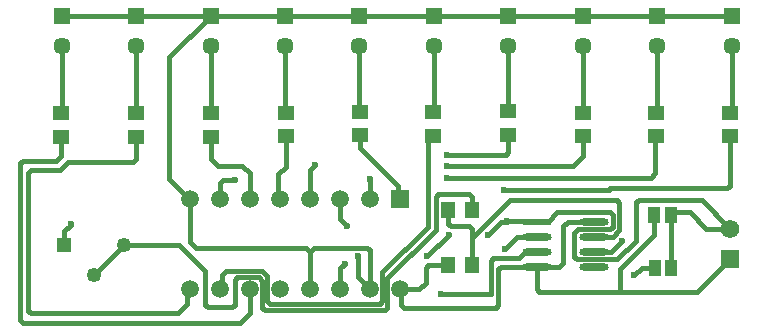
<source format=gbr>
G04*
G04 #@! TF.GenerationSoftware,Altium Limited,Altium Designer,24.1.2 (44)*
G04*
G04 Layer_Physical_Order=1*
G04 Layer_Color=255*
%FSLAX44Y44*%
%MOMM*%
G71*
G04*
G04 #@! TF.SameCoordinates,BD343A0D-4BD6-4D64-9A7B-49F0AB29FDDA*
G04*
G04*
G04 #@! TF.FilePolarity,Positive*
G04*
G01*
G75*
%ADD14R,1.4500X1.2000*%
%ADD15R,1.2000X1.4500*%
G04:AMPARAMS|DCode=16|XSize=2.4692mm|YSize=0.6221mm|CornerRadius=0.3111mm|HoleSize=0mm|Usage=FLASHONLY|Rotation=0.000|XOffset=0mm|YOffset=0mm|HoleType=Round|Shape=RoundedRectangle|*
%AMROUNDEDRECTD16*
21,1,2.4692,0.0000,0,0,0.0*
21,1,1.8470,0.6221,0,0,0.0*
1,1,0.6221,0.9235,0.0000*
1,1,0.6221,-0.9235,0.0000*
1,1,0.6221,-0.9235,0.0000*
1,1,0.6221,0.9235,0.0000*
%
%ADD16ROUNDEDRECTD16*%
%ADD17R,2.4692X0.6221*%
%ADD18R,1.1000X1.3500*%
%ADD22C,1.5700*%
%ADD23R,1.5700X1.5700*%
%ADD24R,1.2500X1.2500*%
%ADD25C,1.2500*%
%ADD26R,1.4500X1.4500*%
%ADD27C,1.4500*%
%ADD31C,0.3810*%
%ADD32C,1.5000*%
%ADD33R,1.5000X1.5000*%
%ADD34C,0.6000*%
D14*
X617220Y188308D02*
D03*
Y168308D02*
D03*
X555188Y188308D02*
D03*
Y168308D02*
D03*
X493155Y188308D02*
D03*
Y168308D02*
D03*
X430022Y189324D02*
D03*
Y169324D02*
D03*
X366522Y188562D02*
D03*
Y168562D02*
D03*
X304292Y189070D02*
D03*
Y169070D02*
D03*
X241300Y188308D02*
D03*
Y168308D02*
D03*
X178054Y187800D02*
D03*
Y167800D02*
D03*
X115062Y187800D02*
D03*
Y167800D02*
D03*
X51054Y187800D02*
D03*
Y167800D02*
D03*
D15*
X379288Y59182D02*
D03*
X399288D02*
D03*
X379288Y105926D02*
D03*
X399288D02*
D03*
D16*
X502164Y96012D02*
D03*
Y83312D02*
D03*
Y70612D02*
D03*
Y57912D02*
D03*
X453892D02*
D03*
Y70612D02*
D03*
Y83312D02*
D03*
D17*
Y96012D02*
D03*
D18*
X553466Y101600D02*
D03*
X567466D02*
D03*
X553832Y57150D02*
D03*
X567832D02*
D03*
D22*
X617982Y90170D02*
D03*
D23*
Y64770D02*
D03*
D24*
X53594Y75946D02*
D03*
D25*
X104394D02*
D03*
X78994Y50546D02*
D03*
D26*
X51816Y270256D02*
D03*
X618998D02*
D03*
X555978D02*
D03*
X492958D02*
D03*
X429937D02*
D03*
X366917D02*
D03*
X303897D02*
D03*
X240877D02*
D03*
X177856D02*
D03*
X114836D02*
D03*
D27*
X618998Y244856D02*
D03*
X555978D02*
D03*
X492958D02*
D03*
X429937D02*
D03*
X366917D02*
D03*
X303897D02*
D03*
X240877D02*
D03*
X177856D02*
D03*
X114836D02*
D03*
X51816D02*
D03*
D31*
X412496Y85090D02*
X423507Y96101D01*
X428587D02*
X429006Y96520D01*
X429260Y96266D01*
X423507Y96101D02*
X428587D01*
X453638Y96266D02*
X453892Y96012D01*
X429260Y96266D02*
X453638D01*
X453892Y96012D02*
X463127D01*
X521770Y114046D02*
X524002Y111814D01*
Y89154D02*
Y111814D01*
X431038Y114046D02*
X521770D01*
X399288Y59182D02*
Y82296D01*
X431038Y114046D01*
X399288Y82296D02*
Y89154D01*
Y89716D01*
X381520Y91948D02*
X397056D01*
X399288Y89716D01*
X425958Y123190D02*
X515054D01*
X516070Y124206D01*
X614988D01*
X361188Y66548D02*
X361315D01*
X379857Y85090D01*
X379984D01*
X379288Y94180D02*
X381520Y91948D01*
X379288Y94180D02*
Y105926D01*
X323342Y53086D02*
X361696Y91440D01*
Y164467D01*
X323342Y28902D02*
Y53086D01*
X327406Y48006D02*
X368300Y88900D01*
X327406Y23060D02*
Y48006D01*
X368300Y88900D02*
Y116894D01*
X302006Y66802D02*
X302260Y66548D01*
Y49276D02*
Y66548D01*
Y49276D02*
X312674Y38862D01*
X265630Y73914D02*
X310442D01*
X261874Y38862D02*
X263090Y40078D01*
X310442Y73914D02*
X312674Y71682D01*
Y38862D02*
Y71682D01*
X287274Y38862D02*
Y56388D01*
X291338Y60452D01*
X373380Y35052D02*
X415036D01*
X372872Y34544D02*
X373380Y35052D01*
X415036D02*
Y63046D01*
X417268Y65278D01*
X438670D02*
X444004Y70612D01*
X417268Y65278D02*
X438670D01*
X444004Y70612D02*
X453892D01*
X423618Y57912D02*
X453892D01*
X341376Y23114D02*
X419154D01*
X421386Y25346D01*
Y55680D02*
X423618Y57912D01*
X421386Y25346D02*
Y55680D01*
X536702Y50546D02*
X543306Y57150D01*
X553832Y55900D02*
Y57150D01*
X517144Y70612D02*
X526193Y79661D01*
X502164Y70612D02*
X517144D01*
X53594Y75946D02*
X54102Y76454D01*
Y88307D01*
X59436Y93641D02*
Y94234D01*
X54102Y88307D02*
X59436Y93641D01*
X437388Y83312D02*
X453892D01*
X427228Y73152D02*
X437388Y83312D01*
X543306Y57150D02*
X553832D01*
X524764Y36576D02*
Y55626D01*
X553466Y84328D01*
X524764Y36576D02*
X589788D01*
X287274Y98431D02*
Y115062D01*
X293370Y92202D02*
Y92335D01*
X287274Y98431D02*
X293370Y92335D01*
X617220Y126438D02*
Y168308D01*
X614988Y124206D02*
X617220Y126438D01*
X312674Y115062D02*
X312801Y115189D01*
Y132207D01*
X312928Y132334D01*
X378206Y133096D02*
X550472D01*
X554228Y136852D01*
Y167348D01*
X555188Y168308D01*
X378460Y143256D02*
X484378D01*
X378206Y143002D02*
X378460Y143256D01*
X484378D02*
X493155Y152033D01*
X261874Y115062D02*
Y139700D01*
X265938Y143764D01*
X493155Y152033D02*
Y168308D01*
X188468Y131318D02*
X198628D01*
X185674Y128524D02*
X188468Y131318D01*
X185674Y115062D02*
Y128524D01*
X377952Y152400D02*
X427790D01*
X430022Y154632D02*
Y169324D01*
X427790Y152400D02*
X430022Y154632D01*
X365791Y168562D02*
X366522D01*
X361696Y164467D02*
X365791Y168562D01*
X589788Y36576D02*
X617982Y64770D01*
X553466Y84328D02*
Y101600D01*
X567649Y57333D02*
Y101417D01*
Y57333D02*
X567832Y57150D01*
X569752Y103886D02*
X583438D01*
X597154Y90170D02*
X617982D01*
X583438Y103886D02*
X597154Y90170D01*
X567466Y101600D02*
X569752Y103886D01*
X538226Y80010D02*
Y112322D01*
X540458Y114554D02*
X593598D01*
X567466Y101600D02*
X567649Y101417D01*
X304471Y158571D02*
Y168891D01*
Y158571D02*
X336550Y126492D01*
Y116586D02*
Y126492D01*
Y116586D02*
X338074Y115062D01*
X304292Y169070D02*
X304471Y168891D01*
X221742Y23060D02*
X223974Y20828D01*
X218440Y49276D02*
X221742Y45974D01*
X223974Y20828D02*
X325174D01*
X221742Y23060D02*
Y45974D01*
X225806Y28902D02*
X228038Y26670D01*
X321110D01*
X221488Y54102D02*
X225806Y49784D01*
Y28902D02*
Y49784D01*
X198120Y25854D02*
Y47044D01*
X200352Y49276D02*
X218440D01*
X198120Y47044D02*
X200352Y49276D01*
X191008Y54102D02*
X221488D01*
X175460Y23622D02*
X195888D01*
X198120Y25854D01*
X173228D02*
X175460Y23622D01*
X151384Y75946D02*
X173228Y54102D01*
Y25854D02*
Y54102D01*
X104394Y75946D02*
X151384D01*
X187815Y41003D02*
Y50909D01*
X191008Y54102D01*
X325174Y20828D02*
X327406Y23060D01*
X321110Y26670D02*
X323342Y28902D01*
X370532Y119126D02*
X397056D01*
X368300Y116894D02*
X370532Y119126D01*
X397056D02*
X399288Y116894D01*
Y105926D02*
Y116894D01*
X185674Y38862D02*
X187815Y41003D01*
X538226Y112322D02*
X540458Y114554D01*
X593598D02*
X617982Y90170D01*
X522224Y64008D02*
X538226Y80010D01*
X485648Y66240D02*
X487880Y64008D01*
X485648Y66240D02*
Y86106D01*
X487880Y64008D02*
X522224D01*
X485648Y86106D02*
X489204Y89662D01*
X515928D01*
X471255Y104140D02*
X515928D01*
Y89662D02*
X518160Y91894D01*
X515928Y104140D02*
X518160Y101908D01*
Y91894D02*
Y101908D01*
X463127Y96012D02*
X471255Y104140D01*
X518160Y83312D02*
X524002Y89154D01*
X475996Y60706D02*
Y91948D01*
X456124Y36576D02*
X524764D01*
X453892Y38808D02*
X456124Y36576D01*
X453892Y38808D02*
Y57912D01*
X78994Y50546D02*
X104394Y75946D01*
X211074Y115062D02*
Y137160D01*
X183896Y143510D02*
X204724D01*
X211074Y137160D01*
X178054Y149352D02*
X183896Y143510D01*
X178054Y149352D02*
Y167800D01*
X235204Y116332D02*
Y136144D01*
Y116332D02*
X236474Y115062D01*
X235204Y136144D02*
X241300Y142240D01*
Y168308D01*
X502164Y83312D02*
X518160D01*
X480060Y96012D02*
X502164D01*
X475996Y91948D02*
X480060Y96012D01*
X453892Y57912D02*
X473202D01*
X475996Y60706D01*
X338074Y38862D02*
X338843Y38093D01*
Y25647D02*
Y38093D01*
Y25647D02*
X341376Y23114D01*
X379034Y58928D02*
X379288Y59182D01*
X362150Y58928D02*
X379034D01*
X359918Y56696D02*
X362150Y58928D01*
X359918Y44450D02*
Y56696D01*
X354330Y38862D02*
X359918Y44450D01*
X338074Y38862D02*
X354330D01*
X160274Y78594D02*
X165154Y73714D01*
X160274Y78594D02*
Y115062D01*
X165154Y73714D02*
X258318D01*
X261874Y70158D01*
Y38862D02*
Y70158D01*
X265630Y73914D01*
X159512Y115062D02*
X160274D01*
X142748Y131826D02*
X159512Y115062D01*
X142748Y131826D02*
Y235148D01*
X177856Y270256D01*
X16764Y12646D02*
X18996Y10414D01*
X202946D01*
X211074Y18542D02*
Y38862D01*
X202946Y10414D02*
X211074Y18542D01*
X16764Y12646D02*
Y145342D01*
X23622Y20774D02*
Y137214D01*
Y20774D02*
X25854Y18542D01*
X150114D02*
X158242Y26670D01*
X25854Y18542D02*
X150114D01*
X25854Y139446D02*
X50292D01*
X23622Y137214D02*
X25854Y139446D01*
X16764Y145342D02*
X18996Y147574D01*
X46990D01*
X50292Y139446D02*
X57350Y146504D01*
X46990Y147574D02*
X50800Y151384D01*
X158242Y26670D02*
Y36830D01*
X160274Y38862D01*
X59236Y146504D02*
X59436Y146304D01*
X57350Y146504D02*
X59236D01*
X59436Y146304D02*
X112522D01*
X115062Y148844D01*
Y167800D01*
X50800Y167546D02*
X51054Y167800D01*
X50800Y151384D02*
Y167546D01*
X51816Y188562D02*
Y244856D01*
X51054Y187800D02*
X51816Y188562D01*
X114836Y188025D02*
Y244856D01*
Y188025D02*
X115062Y187800D01*
X177856Y187998D02*
X178054Y187800D01*
X177856Y187998D02*
Y244856D01*
X240877Y188731D02*
Y244856D01*
Y188731D02*
X241300Y188308D01*
X303897Y189465D02*
Y244856D01*
Y189465D02*
X304292Y189070D01*
X366917Y188957D02*
Y244856D01*
X366522Y188562D02*
X366917Y188957D01*
X429937Y189409D02*
Y244856D01*
Y189409D02*
X430022Y189324D01*
X492958Y188506D02*
X493155Y188308D01*
X492958Y188506D02*
Y244856D01*
X555978Y189098D02*
Y244856D01*
X555188Y188308D02*
X555978Y189098D01*
X617220Y188308D02*
X618998Y190086D01*
Y244856D01*
X555978Y270256D02*
X618998D01*
X492958D02*
X555978D01*
X429937D02*
X492958D01*
X366917D02*
X429937D01*
X303897D02*
X366917D01*
X240877D02*
X303897D01*
X177856D02*
X240877D01*
X114836D02*
X177856D01*
X51816D02*
X114836D01*
D32*
X160274Y38862D02*
D03*
X185674D02*
D03*
X211074D02*
D03*
X236474D02*
D03*
X261874D02*
D03*
X287274D02*
D03*
X312674D02*
D03*
X338074D02*
D03*
X160274Y115062D02*
D03*
X185674D02*
D03*
X211074D02*
D03*
X236474D02*
D03*
X261874D02*
D03*
X287274D02*
D03*
X312674D02*
D03*
D33*
X338074D02*
D03*
D34*
X429006Y96520D02*
D03*
X412496Y85090D02*
D03*
X425958Y123190D02*
D03*
X379984Y85090D02*
D03*
X361188Y66548D02*
D03*
X302260D02*
D03*
X372872Y34544D02*
D03*
X291338Y60452D02*
D03*
X536702Y50546D02*
D03*
X526193Y79661D02*
D03*
X59436Y94234D02*
D03*
X427228Y73152D02*
D03*
X293370Y92202D02*
D03*
X312928Y132334D02*
D03*
X378206Y133096D02*
D03*
Y143002D02*
D03*
X265938Y143764D02*
D03*
X377952Y152400D02*
D03*
X198628Y131318D02*
D03*
M02*

</source>
